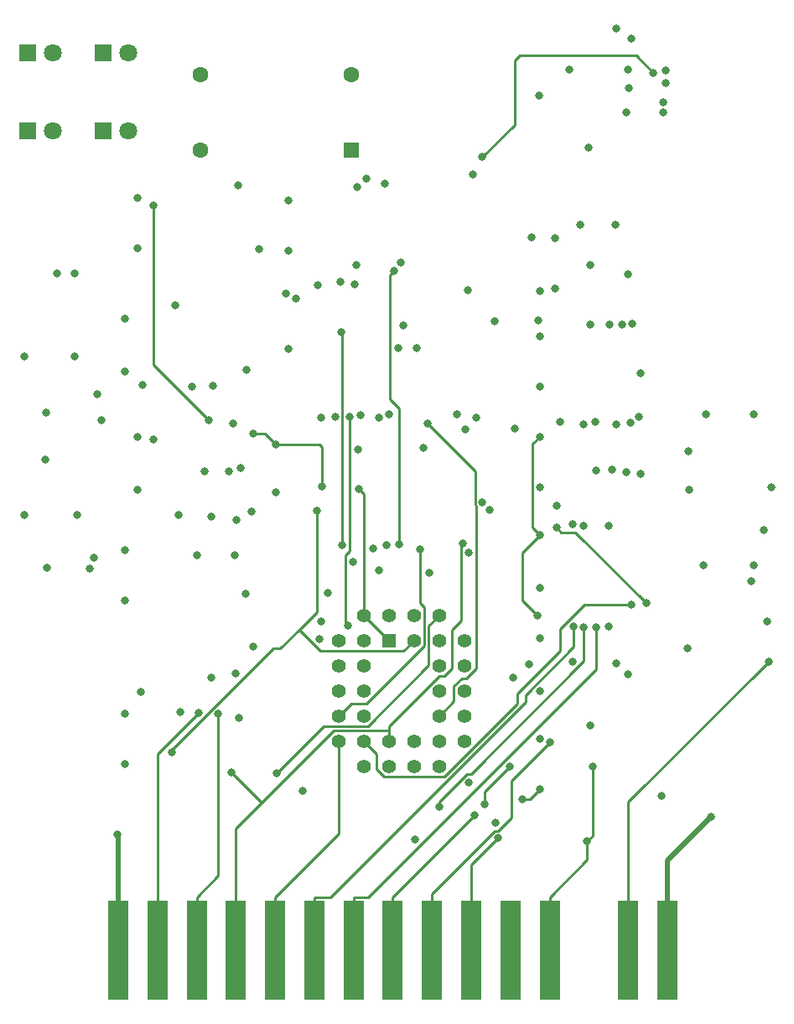
<source format=gbr>
%TF.GenerationSoftware,KiCad,Pcbnew,8.0.2*%
%TF.CreationDate,2024-05-14T20:05:03+02:00*%
%TF.ProjectId,port2-sdcard-interface,706f7274-322d-4736-9463-6172642d696e,rev5*%
%TF.SameCoordinates,Original*%
%TF.FileFunction,Copper,L1,Top*%
%TF.FilePolarity,Positive*%
%FSLAX46Y46*%
G04 Gerber Fmt 4.6, Leading zero omitted, Abs format (unit mm)*
G04 Created by KiCad (PCBNEW 8.0.2) date 2024-05-14 20:05:03*
%MOMM*%
%LPD*%
G01*
G04 APERTURE LIST*
%TA.AperFunction,ComponentPad*%
%ADD10R,1.800000X1.800000*%
%TD*%
%TA.AperFunction,ComponentPad*%
%ADD11C,1.800000*%
%TD*%
%TA.AperFunction,ComponentPad*%
%ADD12R,1.422400X1.422400*%
%TD*%
%TA.AperFunction,ComponentPad*%
%ADD13C,1.422400*%
%TD*%
%TA.AperFunction,SMDPad,CuDef*%
%ADD14R,2.000000X10.000000*%
%TD*%
%TA.AperFunction,ComponentPad*%
%ADD15R,1.600000X1.600000*%
%TD*%
%TA.AperFunction,ComponentPad*%
%ADD16C,1.600000*%
%TD*%
%TA.AperFunction,ViaPad*%
%ADD17C,0.800000*%
%TD*%
%TA.AperFunction,Conductor*%
%ADD18C,0.250000*%
%TD*%
%TA.AperFunction,Conductor*%
%ADD19C,0.500000*%
%TD*%
G04 APERTURE END LIST*
D10*
%TO.P,D1,1,K*%
%TO.N,Net-(D1-K)*%
X24760000Y-22225000D03*
D11*
%TO.P,D1,2,A*%
%TO.N,Net-(D1-A)*%
X27300000Y-22225000D03*
%TD*%
D10*
%TO.P,D4,1,K*%
%TO.N,GND*%
X32366000Y-30085000D03*
D11*
%TO.P,D4,2,A*%
%TO.N,Net-(D4-A)*%
X34906000Y-30085000D03*
%TD*%
D10*
%TO.P,D3,1,K*%
%TO.N,GND*%
X24746000Y-30085000D03*
D11*
%TO.P,D3,2,A*%
%TO.N,Net-(D3-A)*%
X27286000Y-30085000D03*
%TD*%
D10*
%TO.P,D2,1,K*%
%TO.N,Net-(D2-K)*%
X32380000Y-22225000D03*
D11*
%TO.P,D2,2,A*%
%TO.N,Net-(D2-A)*%
X34920000Y-22225000D03*
%TD*%
D12*
%TO.P,U15,1,NC*%
%TO.N,GND*%
X61195000Y-81520000D03*
D13*
%TO.P,U15,2,A16*%
%TO.N,ROM16*%
X63735000Y-78980000D03*
%TO.P,U15,3,A15*%
%TO.N,CA15*%
X63735000Y-81520000D03*
%TO.P,U15,4,A12*%
%TO.N,CA12*%
X66275000Y-78980000D03*
%TO.P,U15,5,A7*%
%TO.N,CA7*%
X68815000Y-81520000D03*
%TO.P,U15,6,A6*%
%TO.N,CA6*%
X66275000Y-81520000D03*
%TO.P,U15,7,A5*%
%TO.N,CA5*%
X68815000Y-84060000D03*
%TO.P,U15,8,A4*%
%TO.N,CA4*%
X66275000Y-84060000D03*
%TO.P,U15,9,A3*%
%TO.N,CA3*%
X68815000Y-86600000D03*
%TO.P,U15,10,A2*%
%TO.N,CA2*%
X66275000Y-86600000D03*
%TO.P,U15,11,A1*%
%TO.N,CA1*%
X68815000Y-89140000D03*
%TO.P,U15,12,A0*%
%TO.N,CA0*%
X66275000Y-89140000D03*
%TO.P,U15,13,D0*%
%TO.N,D0*%
X68815000Y-91680000D03*
%TO.P,U15,14,D1*%
%TO.N,D1*%
X66275000Y-94220000D03*
%TO.P,U15,15,D2*%
%TO.N,D2*%
X66275000Y-91680000D03*
%TO.P,U15,16,GND*%
%TO.N,GND*%
X63735000Y-94220000D03*
%TO.P,U15,17,D3*%
%TO.N,D3*%
X63735000Y-91680000D03*
%TO.P,U15,18,D4*%
%TO.N,D4*%
X61195000Y-94220000D03*
%TO.P,U15,19,D5*%
%TO.N,D5*%
X61195000Y-91680000D03*
%TO.P,U15,20,D6*%
%TO.N,D6*%
X58655000Y-94220000D03*
%TO.P,U15,21,D7*%
%TO.N,D7*%
X56115000Y-91680000D03*
%TO.P,U15,22,CE*%
%TO.N,~{S13}*%
X58655000Y-91680000D03*
%TO.P,U15,23,A10*%
%TO.N,CA10*%
X56115000Y-89140000D03*
%TO.P,U15,24,OE*%
%TO.N,~{RD}*%
X58655000Y-89140000D03*
%TO.P,U15,25,A11*%
%TO.N,CA11*%
X56115000Y-86600000D03*
%TO.P,U15,26,A9*%
%TO.N,CA9*%
X58655000Y-86600000D03*
%TO.P,U15,27,A8*%
%TO.N,CA8*%
X56115000Y-84060000D03*
%TO.P,U15,28,A13*%
%TO.N,CA13*%
X58655000Y-84060000D03*
%TO.P,U15,29,A14*%
%TO.N,CA14*%
X56115000Y-81520000D03*
%TO.P,U15,30,NC*%
%TO.N,GND*%
X58655000Y-78980000D03*
%TO.P,U15,31,PGM*%
%TO.N,~{WR}*%
X58655000Y-81520000D03*
%TO.P,U15,32,VCC*%
%TO.N,VCC*%
X61195000Y-78980000D03*
%TD*%
D14*
%TO.P,J2,1b,Pin_1b*%
%TO.N,VCC*%
X33875000Y-112776000D03*
%TO.P,J2,2b,Pin_2b*%
%TO.N,D1*%
X37835000Y-112776000D03*
%TO.P,J2,3b,Pin_3b*%
%TO.N,D3*%
X41795000Y-112776000D03*
%TO.P,J2,4b,Pin_4b*%
%TO.N,D5*%
X45755000Y-112776000D03*
%TO.P,J2,5b,Pin_5b*%
%TO.N,D7*%
X49715000Y-112776000D03*
%TO.P,J2,6b,Pin_6b*%
%TO.N,A1*%
X53675000Y-112776000D03*
%TO.P,J2,7b,Pin_7b*%
%TO.N,A3*%
X57635000Y-112776000D03*
%TO.P,J2,8b,Pin_8b*%
%TO.N,A5*%
X61595000Y-112776000D03*
%TO.P,J2,9b,Pin_9b*%
%TO.N,A7*%
X65555000Y-112776000D03*
%TO.P,J2,10b,Pin_10b*%
%TO.N,~{RES}*%
X69515000Y-112776000D03*
%TO.P,J2,11b,Pin_11b*%
%TO.N,unconnected-(J2-Pin_11b-Pad11b)*%
X73475000Y-112776000D03*
%TO.P,J2,12b,Pin_12b*%
%TO.N,GND*%
X77435000Y-112776000D03*
%TO.P,J2,14b,Pin_14b*%
%TO.N,~{WR}*%
X85369400Y-112776000D03*
%TO.P,J2,15b,Pin_15b*%
%TO.N,GND*%
X89315000Y-112776000D03*
%TD*%
D15*
%TO.P,X1,1,NC*%
%TO.N,unconnected-(X1-NC-Pad1)*%
X57385000Y-31990000D03*
D16*
%TO.P,X1,7,GND*%
%TO.N,GND*%
X42145000Y-31990000D03*
%TO.P,X1,8,OUT*%
%TO.N,16MHz*%
X42145000Y-24370000D03*
%TO.P,X1,14,Vcc*%
%TO.N,VCC*%
X57385000Y-24370000D03*
%TD*%
D17*
%TO.N,+3V3*%
X70655000Y-32730000D03*
%TO.N,CLK*%
X69655000Y-34480000D03*
%TO.N,+3V3*%
X87917653Y-24217347D03*
%TO.N,SCK_LLS*%
X89155000Y-25230000D03*
X85418023Y-25786434D03*
%TO.N,GND*%
X84155000Y-19730000D03*
X89155000Y-23980000D03*
%TO.N,DI_LLS*%
X88905000Y-27230000D03*
X85392347Y-23855000D03*
%TO.N,Net-(R8-Pad2)*%
X85655000Y-20730000D03*
X79433846Y-23855000D03*
%TO.N,CS_LLS*%
X76405000Y-26480000D03*
X88905000Y-28230000D03*
%TO.N,~{CS}*%
X81405000Y-31730000D03*
%TO.N,CLK*%
X85155000Y-28230000D03*
%TO.N,VCC*%
X91492600Y-66283600D03*
X34525000Y-93966000D03*
X93199000Y-58660000D03*
X33763000Y-101078000D03*
X99855000Y-66030000D03*
X84055000Y-39560100D03*
X74657000Y-97522000D03*
X35795000Y-41896000D03*
X92945000Y-73900000D03*
X24365000Y-52818000D03*
X49765000Y-66534000D03*
X35795000Y-66280000D03*
X34525000Y-54342000D03*
X81515000Y-90103900D03*
X86595000Y-64703300D03*
X86595000Y-54542200D03*
X45955000Y-35555700D03*
X76435000Y-86600000D03*
X77959000Y-45960000D03*
X73387000Y-94220000D03*
X76435000Y-76186000D03*
X34525000Y-77456000D03*
X24365000Y-68820000D03*
X51035000Y-42150000D03*
X48128600Y-41989600D03*
X76435000Y-66026000D03*
X85325000Y-44510700D03*
X76435000Y-96506000D03*
X50781000Y-46468000D03*
X60179000Y-74408000D03*
X39605000Y-47681800D03*
X76435000Y-55866000D03*
X31731000Y-56628000D03*
X70847000Y-98030000D03*
X43415000Y-55790900D03*
X51035000Y-52056000D03*
%TO.N,~{RES}*%
X36146100Y-86744900D03*
X72214900Y-101483300D03*
X81520500Y-43634400D03*
X91470800Y-62386900D03*
%TO.N,CA0*%
X39983500Y-68851800D03*
X65093000Y-59654900D03*
%TO.N,D0*%
X68055300Y-58687900D03*
X80511500Y-39555700D03*
X78161400Y-67883900D03*
X40137200Y-88748000D03*
%TO.N,D1*%
X68916400Y-60216800D03*
X41964400Y-88851000D03*
X73912100Y-60164400D03*
X41850000Y-72875300D03*
%TO.N,CA1*%
X64666700Y-62087200D03*
X43251100Y-68997700D03*
%TO.N,CA2*%
X58114600Y-62226800D03*
%TO.N,D2*%
X45800500Y-69322300D03*
X45727600Y-84867300D03*
X70022200Y-59003000D03*
X78470800Y-59406600D03*
%TO.N,D3*%
X80893100Y-59713100D03*
X43980400Y-88917200D03*
X71411800Y-68359200D03*
X45664500Y-72875300D03*
%TO.N,CA3*%
X47330200Y-68512500D03*
%TO.N,GND*%
X46856700Y-54178400D03*
X51035000Y-37070000D03*
X98025000Y-58660000D03*
X47488503Y-60592503D03*
X76435000Y-70852000D03*
X34525000Y-88886000D03*
X35795000Y-36816000D03*
X77959000Y-40880000D03*
X34525000Y-49008000D03*
X93707000Y-99300000D03*
X35795000Y-60946000D03*
X81769000Y-94220000D03*
X98025000Y-73900000D03*
X51797000Y-46976000D03*
X34525000Y-72376000D03*
X29445000Y-52818000D03*
X76435000Y-50786000D03*
X76435000Y-81266000D03*
X76181000Y-78980000D03*
X49765000Y-61708000D03*
X58155000Y-66230000D03*
X29699000Y-68820000D03*
X81241200Y-101817000D03*
X76435000Y-60946000D03*
X54405000Y-65980000D03*
X65259000Y-74662000D03*
X76435000Y-91426000D03*
%TO.N,CA4*%
X54160600Y-81387500D03*
X61202300Y-58658000D03*
%TO.N,D4*%
X82042400Y-59466600D03*
X70624500Y-67566800D03*
X81515000Y-49593200D03*
%TO.N,D5*%
X45327900Y-94862600D03*
X84196000Y-59742300D03*
X68658900Y-71745000D03*
X83475700Y-49659000D03*
%TO.N,CA5*%
X60186700Y-59028700D03*
%TO.N,CA6*%
X58334400Y-58772600D03*
%TO.N,D6*%
X47499300Y-82134100D03*
X69260300Y-72691000D03*
X84755800Y-49657600D03*
X85570300Y-59509900D03*
%TO.N,D7*%
X85794200Y-49583200D03*
X86414000Y-58898300D03*
X46783400Y-76776100D03*
%TO.N,CA7*%
X57051800Y-80031300D03*
X57241700Y-58972000D03*
%TO.N,CA8*%
X55018700Y-76754500D03*
%TO.N,CA9*%
X59600600Y-72261900D03*
X43251800Y-85301100D03*
%TO.N,CA10*%
X46025200Y-89338100D03*
X64344800Y-72275200D03*
%TO.N,CA11*%
X60953300Y-71923200D03*
%TO.N,CA12*%
X49864700Y-94908400D03*
X55783800Y-58970600D03*
%TO.N,CA13*%
X57600300Y-73627000D03*
%TO.N,CA14*%
X54369700Y-58997900D03*
%TO.N,CA15*%
X53906500Y-68455100D03*
X39296100Y-92783000D03*
%TO.N,~{RD}*%
X62265600Y-71818100D03*
X69281800Y-95847900D03*
X61726100Y-44218400D03*
%TO.N,~{WR}*%
X56381000Y-50355400D03*
X56511300Y-71855400D03*
X99438900Y-79584600D03*
X99565500Y-83626100D03*
%TO.N,Net-(D1-K)*%
X45049100Y-64410800D03*
%TO.N,Net-(D2-K)*%
X45481900Y-59586900D03*
%TO.N,~{CS}*%
X26589800Y-58535200D03*
%TO.N,CLK*%
X85187500Y-64511000D03*
%TO.N,A1*%
X79753100Y-69817500D03*
X79839400Y-80073100D03*
%TO.N,A5*%
X69850000Y-99195700D03*
%TO.N,A7*%
X77435400Y-91815700D03*
%TO.N,~{IORQ}*%
X83426700Y-80121400D03*
X71957500Y-99947900D03*
X83426700Y-69954600D03*
%TO.N,A4*%
X63869400Y-101638700D03*
X88774200Y-97220600D03*
%TO.N,A2*%
X80894400Y-80216000D03*
X80894400Y-69962800D03*
X66289000Y-98332800D03*
%TO.N,SD_SPI*%
X37400400Y-37629000D03*
X31408000Y-73164800D03*
X42982300Y-59301200D03*
%TO.N,~{CLKSTART_DB}*%
X30976100Y-74259100D03*
X41312900Y-55894000D03*
%TO.N,~{CLK}*%
X76329600Y-49215100D03*
X83723500Y-64293500D03*
X26664300Y-74164700D03*
%TO.N,Net-(U8-Cp)*%
X97816300Y-75507000D03*
X54364800Y-79581200D03*
%TO.N,Net-(U11-Cp)*%
X91371900Y-82324700D03*
X52459300Y-96696300D03*
%TO.N,~{S4}*%
X84152000Y-83828100D03*
X62664200Y-49738500D03*
%TO.N,~{S3}*%
X79741100Y-83682900D03*
X64000000Y-51955000D03*
%TO.N,~{S2}*%
X75388400Y-83882700D03*
X57714300Y-45599600D03*
%TO.N,~{S1}*%
X53994900Y-45651100D03*
X73714500Y-85237700D03*
%TO.N,~{SER_RD}*%
X58909200Y-34917000D03*
X82137200Y-64383800D03*
%TO.N,Net-(U4-Pad12)*%
X60812800Y-35371100D03*
X46255200Y-64065900D03*
%TO.N,~{SDOUT_SET}*%
X36289000Y-55686300D03*
X62380100Y-43324000D03*
%TO.N,~{SDOUT_RESET}*%
X57951400Y-43629600D03*
X32141500Y-59273800D03*
%TO.N,~{SER_WR}*%
X56341900Y-45283600D03*
X71882700Y-49254200D03*
%TO.N,~{SDCS_SET}*%
X26502100Y-63226900D03*
X62120600Y-52007500D03*
%TO.N,A3*%
X82131000Y-80209500D03*
X37400400Y-61223200D03*
%TO.N,~{S13}*%
X85709700Y-77920500D03*
%TO.N,ROM16*%
X99043800Y-70376900D03*
%TO.N,~{S14}*%
X87226200Y-77774500D03*
X78128300Y-70155500D03*
%TO.N,Net-(U3A-Q)*%
X29445000Y-44436000D03*
X75626600Y-40826600D03*
%TO.N,Net-(U3B-Q)*%
X69215800Y-46193800D03*
X27667000Y-44436000D03*
%TO.N,LED_SEL*%
X42586600Y-64469100D03*
X76450700Y-46261600D03*
%TO.N,~{S5}*%
X58043600Y-35723000D03*
X85385200Y-84926200D03*
%TD*%
D18*
%TO.N,+3V3*%
X73905000Y-29480000D02*
X70655000Y-32730000D01*
X73905000Y-22980000D02*
X73905000Y-29480000D01*
X74405000Y-22480000D02*
X73905000Y-22980000D01*
X74905000Y-22480000D02*
X74405000Y-22480000D01*
X86180306Y-22480000D02*
X74905000Y-22480000D01*
X87917653Y-24217347D02*
X86180306Y-22480000D01*
%TO.N,VCC*%
X74657000Y-97522000D02*
X75419000Y-97522000D01*
D19*
X33875000Y-101190000D02*
X33763000Y-101078000D01*
D18*
X75419000Y-97522000D02*
X76435000Y-96506000D01*
X73387000Y-94220000D02*
X70847000Y-96760000D01*
X70847000Y-96760000D02*
X70847000Y-98030000D01*
D19*
X33875000Y-112776000D02*
X33875000Y-101190000D01*
D18*
%TO.N,~{RES}*%
X69515000Y-112776000D02*
X69515000Y-104183200D01*
X69515000Y-104183200D02*
X72214900Y-101483300D01*
%TO.N,CA0*%
X68564600Y-85330000D02*
X67778400Y-86116200D01*
X69899200Y-67867200D02*
X69985600Y-67953600D01*
X69985600Y-84356200D02*
X69011800Y-85330000D01*
X65093000Y-59654900D02*
X69899200Y-64461100D01*
X69985600Y-67953600D02*
X69985600Y-84356200D01*
X69011800Y-85330000D02*
X68564600Y-85330000D01*
X67778400Y-87636600D02*
X66275000Y-89140000D01*
X67778400Y-86116200D02*
X67778400Y-87636600D01*
X69899200Y-64461100D02*
X69899200Y-67867200D01*
%TO.N,D1*%
X37835000Y-92980400D02*
X41964400Y-88851000D01*
X37835000Y-107450700D02*
X37835000Y-92980400D01*
X37835000Y-112776000D02*
X37835000Y-107450700D01*
%TO.N,D3*%
X41795000Y-112776000D02*
X41795000Y-107450700D01*
X43980400Y-105265300D02*
X43980400Y-88917200D01*
X41795000Y-107450700D02*
X43980400Y-105265300D01*
%TO.N,GND*%
X76435000Y-60946000D02*
X75710000Y-61671000D01*
X48649503Y-60592503D02*
X49765000Y-61708000D01*
X81241200Y-101817000D02*
X81241200Y-103644500D01*
X77435000Y-112776000D02*
X77435000Y-107450700D01*
X76181000Y-78980000D02*
X74657000Y-77456000D01*
X74657000Y-72630000D02*
X76435000Y-70852000D01*
X81241200Y-103644500D02*
X77435000Y-107450700D01*
X49787000Y-61730000D02*
X49765000Y-61708000D01*
D19*
X89315000Y-103692000D02*
X93707000Y-99300000D01*
D18*
X54405000Y-65980000D02*
X54405000Y-61980000D01*
X54405000Y-61980000D02*
X54155000Y-61730000D01*
X58655000Y-78980000D02*
X61195000Y-81520000D01*
X58655000Y-66730000D02*
X58155000Y-66230000D01*
D19*
X89315000Y-112776000D02*
X89315000Y-103692000D01*
D18*
X58655000Y-78980000D02*
X58655000Y-66730000D01*
X47488503Y-60592503D02*
X48649503Y-60592503D01*
X74657000Y-77456000D02*
X74657000Y-72630000D01*
X81769000Y-94220000D02*
X81769000Y-101289200D01*
X81769000Y-101289200D02*
X81241200Y-101817000D01*
X75710000Y-61671000D02*
X75710000Y-70127000D01*
X75710000Y-70127000D02*
X76435000Y-70852000D01*
X54155000Y-61730000D02*
X49787000Y-61730000D01*
%TO.N,D5*%
X67545000Y-80485600D02*
X67545000Y-84318100D01*
X68658900Y-71745000D02*
X68535000Y-71868900D01*
X61195000Y-90640900D02*
X61195000Y-91680000D01*
X55629900Y-90640900D02*
X61195000Y-90640900D01*
X66766500Y-85096600D02*
X66263900Y-85096600D01*
X61195000Y-90165500D02*
X61195000Y-90640900D01*
X68535000Y-79495600D02*
X67545000Y-80485600D01*
X45755000Y-112776000D02*
X45755000Y-107450700D01*
X45755000Y-100515800D02*
X48368100Y-97902700D01*
X48368100Y-97902700D02*
X45327900Y-94862600D01*
X66263900Y-85096600D02*
X61195000Y-90165500D01*
X67545000Y-84318100D02*
X66766500Y-85096600D01*
X45755000Y-107450700D02*
X45755000Y-100515800D01*
X68535000Y-71868900D02*
X68535000Y-79495600D01*
X48368100Y-97902700D02*
X55629900Y-90640900D01*
%TO.N,D7*%
X56115000Y-101050700D02*
X56115000Y-91680000D01*
X49715000Y-107450700D02*
X56115000Y-101050700D01*
X49715000Y-112776000D02*
X49715000Y-107450700D01*
%TO.N,CA7*%
X56856200Y-72899500D02*
X57241700Y-72514000D01*
X57241700Y-72514000D02*
X57241700Y-58972000D01*
X56856200Y-79835700D02*
X56856200Y-72899500D01*
X57051800Y-80031300D02*
X56856200Y-79835700D01*
%TO.N,CA10*%
X64771600Y-82013800D02*
X64771600Y-78181400D01*
X58915400Y-87870000D02*
X64771600Y-82013800D01*
X64771600Y-78181400D02*
X64344800Y-77754600D01*
X64344800Y-77754600D02*
X64344800Y-72275200D01*
X56115000Y-89140000D02*
X57385000Y-87870000D01*
X57385000Y-87870000D02*
X58915400Y-87870000D01*
%TO.N,CA12*%
X59070500Y-90190500D02*
X65222000Y-84039000D01*
X65222000Y-84039000D02*
X65222000Y-80033000D01*
X65222000Y-80033000D02*
X66275000Y-78980000D01*
X54582600Y-90190500D02*
X59070500Y-90190500D01*
X49864700Y-94908400D02*
X54582600Y-90190500D01*
%TO.N,CA15*%
X49537100Y-82330100D02*
X50222900Y-82330100D01*
X54287200Y-82595700D02*
X62659300Y-82595700D01*
X39296100Y-92783000D02*
X39296100Y-92571100D01*
X52122300Y-80430700D02*
X54287200Y-82595700D01*
X53906500Y-78646500D02*
X53906500Y-68455100D01*
X52122300Y-80430700D02*
X53906500Y-78646500D01*
X39296100Y-92571100D02*
X49537100Y-82330100D01*
X50222900Y-82330100D02*
X52122300Y-80430700D01*
X62659300Y-82595700D02*
X63735000Y-81520000D01*
%TO.N,~{RD}*%
X62265600Y-58114600D02*
X62265600Y-71818100D01*
X61726100Y-44218400D02*
X61332800Y-44611700D01*
X61332800Y-44611700D02*
X61332800Y-57181800D01*
X61332800Y-57181800D02*
X62265600Y-58114600D01*
%TO.N,~{WR}*%
X85369400Y-97822200D02*
X85369400Y-112776000D01*
X56511300Y-50485700D02*
X56381000Y-50355400D01*
X56511300Y-71855400D02*
X56511300Y-50485700D01*
X99565500Y-83626100D02*
X85369400Y-97822200D01*
%TO.N,A1*%
X53675000Y-107450700D02*
X55271200Y-107450700D01*
X74999700Y-87009600D02*
X79839400Y-82169900D01*
X74999700Y-87722200D02*
X74999700Y-87009600D01*
X79839400Y-82169900D02*
X79839400Y-80073100D01*
X55271200Y-107450700D02*
X74999700Y-87722200D01*
X53675000Y-112776000D02*
X53675000Y-107450700D01*
%TO.N,A5*%
X61595000Y-112776000D02*
X61595000Y-107450700D01*
X69850000Y-99195700D02*
X61595000Y-107450700D01*
%TO.N,A7*%
X73605100Y-95646000D02*
X73605100Y-99400600D01*
X65555000Y-112776000D02*
X65555000Y-107450700D01*
X77435400Y-91815700D02*
X73605100Y-95646000D01*
X65555000Y-107117500D02*
X65555000Y-107450700D01*
X71914500Y-100758000D02*
X65555000Y-107117500D01*
X73605100Y-99400600D02*
X72247700Y-100758000D01*
X72247700Y-100758000D02*
X71914500Y-100758000D01*
%TO.N,A2*%
X66289000Y-98332800D02*
X66289000Y-97779200D01*
X80894400Y-83613900D02*
X80894400Y-80216000D01*
X66289000Y-97779200D02*
X69068600Y-94999600D01*
X69068600Y-94999600D02*
X69508700Y-94999600D01*
X69508700Y-94999600D02*
X80894400Y-83613900D01*
%TO.N,SD_SPI*%
X37400400Y-53719300D02*
X42982300Y-59301200D01*
X37400400Y-37629000D02*
X37400400Y-53719300D01*
%TO.N,A3*%
X82130900Y-84403000D02*
X82130900Y-80209500D01*
X57635000Y-112776000D02*
X57635000Y-107450700D01*
X57635000Y-107450700D02*
X59083200Y-107450700D01*
X59083200Y-107450700D02*
X82130900Y-84403000D01*
X82130900Y-80209500D02*
X82131000Y-80209500D01*
%TO.N,~{S13}*%
X60731000Y-95269800D02*
X59925000Y-94463800D01*
X78518900Y-80366900D02*
X78518900Y-82537800D01*
X85709700Y-77920500D02*
X85709700Y-77920600D01*
X78518900Y-82537800D02*
X74157900Y-86898800D01*
X74157900Y-87878100D02*
X66766200Y-95269800D01*
X59925000Y-92950000D02*
X58655000Y-91680000D01*
X74157900Y-86898800D02*
X74157900Y-87878100D01*
X66766200Y-95269800D02*
X60731000Y-95269800D01*
X80965200Y-77920600D02*
X78518900Y-80366900D01*
X85709700Y-77920600D02*
X80965200Y-77920600D01*
X59925000Y-94463800D02*
X59925000Y-92950000D01*
%TO.N,~{S14}*%
X78128300Y-70155500D02*
X78556700Y-70583900D01*
X78556700Y-70583900D02*
X80035600Y-70583900D01*
X80035600Y-70583900D02*
X87226200Y-77774500D01*
%TD*%
M02*

</source>
